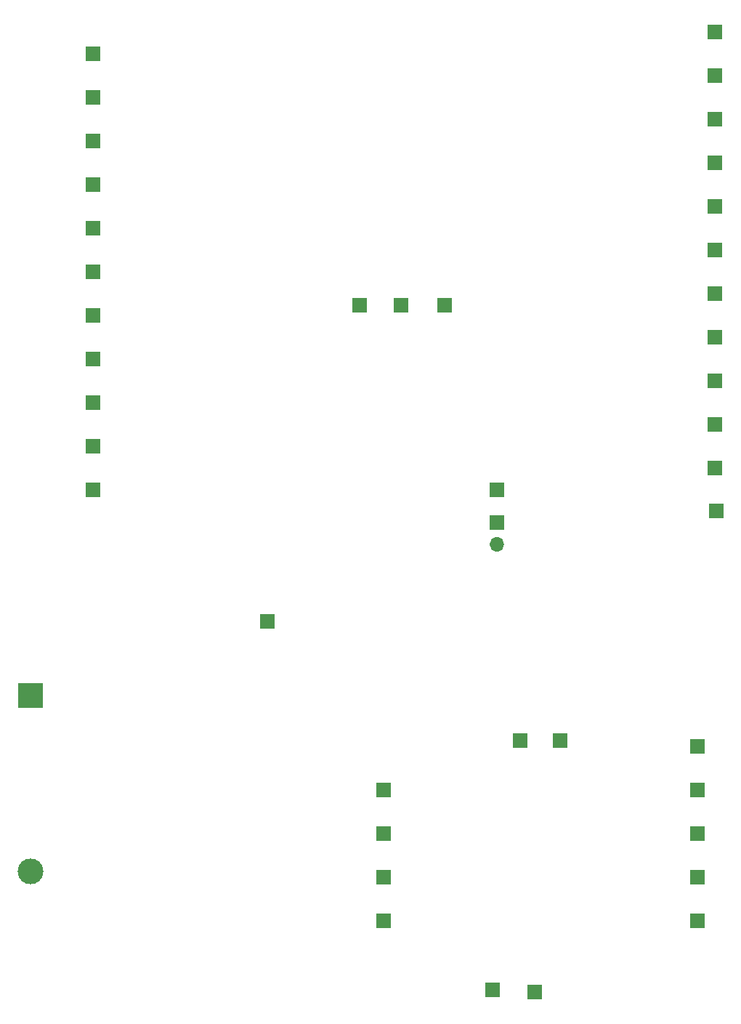
<source format=gbr>
%TF.GenerationSoftware,KiCad,Pcbnew,7.0.5*%
%TF.CreationDate,2023-06-26T00:24:41-05:00*%
%TF.ProjectId,PCB GPS,50434220-4750-4532-9e6b-696361645f70,rev?*%
%TF.SameCoordinates,Original*%
%TF.FileFunction,Soldermask,Bot*%
%TF.FilePolarity,Negative*%
%FSLAX46Y46*%
G04 Gerber Fmt 4.6, Leading zero omitted, Abs format (unit mm)*
G04 Created by KiCad (PCBNEW 7.0.5) date 2023-06-26 00:24:41*
%MOMM*%
%LPD*%
G01*
G04 APERTURE LIST*
%ADD10R,1.700000X1.700000*%
%ADD11O,1.700000X1.700000*%
%ADD12C,3.000000*%
%ADD13R,3.000000X3.000000*%
G04 APERTURE END LIST*
D10*
%TO.C,J42*%
X96150000Y-53910000D03*
%TD*%
%TO.C,J41*%
X96150000Y-48830000D03*
%TD*%
%TO.C,J40*%
X96150000Y-64070000D03*
%TD*%
%TO.C,J39*%
X96150000Y-58990000D03*
%TD*%
%TO.C,J38*%
X96150000Y-79310000D03*
%TD*%
%TO.C,J37*%
X96150000Y-74230000D03*
%TD*%
%TO.C,J36*%
X96150000Y-69150000D03*
%TD*%
%TO.C,J35*%
X168680000Y-36130000D03*
%TD*%
%TO.C,J34*%
X168680000Y-41210000D03*
%TD*%
%TO.C,J33*%
X168680000Y-56450000D03*
%TD*%
%TO.C,J32*%
X168680000Y-61530000D03*
%TD*%
%TO.C,J31*%
X168680000Y-66610000D03*
%TD*%
%TO.C,J30*%
X168680000Y-76770000D03*
%TD*%
%TO.C,J29*%
X168680000Y-81850000D03*
%TD*%
%TO.C,J28*%
X132080000Y-67994580D03*
%TD*%
%TO.C,J27*%
X96150000Y-84390000D03*
%TD*%
%TO.C,J26*%
X127285000Y-67994580D03*
%TD*%
%TO.C,J25*%
X96150000Y-89470000D03*
%TD*%
%TO.C,J24*%
X168680000Y-71690000D03*
%TD*%
%TO.C,J23*%
X168680000Y-86930000D03*
%TD*%
%TO.C,J22*%
X168680000Y-51370000D03*
%TD*%
%TO.C,J21*%
X137160000Y-67994580D03*
%TD*%
%TO.C,J20*%
X168680000Y-46290000D03*
%TD*%
%TO.C,J19*%
X168802500Y-91910000D03*
%TD*%
%TO.C,J18*%
X166600000Y-124460000D03*
%TD*%
%TO.C,J17*%
X166600000Y-129540000D03*
%TD*%
%TO.C,J16*%
X166600000Y-134620000D03*
%TD*%
%TO.C,J15*%
X166600000Y-139700000D03*
%TD*%
%TO.C,J14*%
X130060000Y-129540000D03*
%TD*%
%TO.C,J13*%
X96150000Y-43750000D03*
%TD*%
%TO.C,J12*%
X96150000Y-38670000D03*
%TD*%
%TO.C,J11*%
X116470000Y-104770000D03*
%TD*%
D11*
%TO.C,J10*%
X143280000Y-95815000D03*
D10*
X143280000Y-93275000D03*
%TD*%
%TO.C,J9*%
X143280000Y-89470000D03*
%TD*%
%TO.C,J8*%
X147655000Y-148025000D03*
%TD*%
%TO.C,J7*%
X130060000Y-124460000D03*
%TD*%
%TO.C,J6*%
X166600000Y-119380000D03*
%TD*%
%TO.C,J5*%
X150655000Y-118675000D03*
%TD*%
%TO.C,J4*%
X146005000Y-118675000D03*
%TD*%
%TO.C,J3*%
X130060000Y-134620000D03*
%TD*%
%TO.C,J2*%
X142777500Y-147767500D03*
%TD*%
%TO.C,J1*%
X130060000Y-139700000D03*
%TD*%
D12*
%TO.C,BT1*%
X88900001Y-133915000D03*
D13*
X88900001Y-113425000D03*
%TD*%
M02*

</source>
